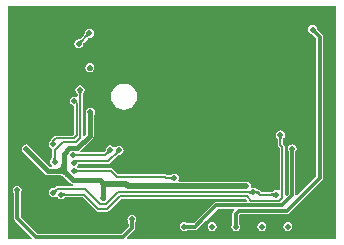
<source format=gtl>
G04*
G04 #@! TF.GenerationSoftware,Altium Limited,Altium Designer,19.1.5 (86)*
G04*
G04 Layer_Physical_Order=1*
G04 Layer_Color=255*
%FSAX25Y25*%
%MOIN*%
G70*
G01*
G75*
%ADD10C,0.00787*%
%ADD11C,0.00591*%
%ADD14C,0.01575*%
%ADD15C,0.01968*%
%ADD16C,0.01181*%
%ADD17C,0.01968*%
G36*
X0113395Y0132895D02*
X0113378Y0132861D01*
X0113363Y0132818D01*
X0113350Y0132765D01*
X0113340Y0132702D01*
X0113324Y0132548D01*
X0113316Y0132355D01*
X0113315Y0132244D01*
X0112134D01*
X0112133Y0132355D01*
X0112109Y0132702D01*
X0112098Y0132765D01*
X0112086Y0132818D01*
X0112071Y0132861D01*
X0112054Y0132895D01*
X0112035Y0132919D01*
X0113413D01*
X0113395Y0132895D01*
D02*
G37*
G36*
X0151584Y0123053D02*
X0151567Y0123019D01*
X0151552Y0122975D01*
X0151539Y0122922D01*
X0151529Y0122860D01*
X0151513Y0122705D01*
X0151505Y0122512D01*
X0151504Y0122402D01*
X0150323D01*
X0150322Y0122512D01*
X0150298Y0122860D01*
X0150287Y0122922D01*
X0150275Y0122975D01*
X0150260Y0123019D01*
X0150243Y0123053D01*
X0150224Y0123077D01*
X0151602D01*
X0151584Y0123053D01*
D02*
G37*
G36*
X0218900Y0194916D02*
Y0117210D01*
X0149410Y0117210D01*
X0149219Y0117672D01*
X0151700Y0120153D01*
X0151941Y0120514D01*
X0152025Y0120939D01*
Y0122350D01*
X0152045Y0122397D01*
X0152046Y0122499D01*
X0152053Y0122667D01*
X0152065Y0122786D01*
X0152070Y0122813D01*
X0152073Y0122825D01*
X0152079Y0122845D01*
X0152079Y0122852D01*
X0152312Y0123200D01*
X0152427Y0123779D01*
X0152312Y0124359D01*
X0151983Y0124850D01*
X0151493Y0125178D01*
X0150913Y0125293D01*
X0150334Y0125178D01*
X0149843Y0124850D01*
X0149515Y0124359D01*
X0149400Y0123779D01*
X0149515Y0123200D01*
X0149748Y0122852D01*
X0149748Y0122845D01*
X0149754Y0122824D01*
X0149757Y0122813D01*
X0149760Y0122795D01*
X0149781Y0122492D01*
X0149782Y0122397D01*
X0149802Y0122350D01*
Y0121400D01*
X0147388Y0118986D01*
X0119524D01*
X0113836Y0124673D01*
Y0132193D01*
X0113856Y0132239D01*
X0113857Y0132342D01*
X0113864Y0132509D01*
X0113876Y0132629D01*
X0113881Y0132655D01*
X0113883Y0132667D01*
X0113890Y0132687D01*
X0113890Y0132695D01*
X0114122Y0133043D01*
X0114238Y0133622D01*
X0114122Y0134201D01*
X0113795Y0134692D01*
X0113303Y0135020D01*
X0112724Y0135135D01*
X0112145Y0135020D01*
X0111654Y0134692D01*
X0111326Y0134201D01*
X0111211Y0133622D01*
X0111326Y0133043D01*
X0111559Y0132695D01*
X0111558Y0132687D01*
X0111565Y0132667D01*
X0111568Y0132655D01*
X0111571Y0132638D01*
X0111592Y0132334D01*
X0111593Y0132239D01*
X0111612Y0132193D01*
Y0124213D01*
X0111612Y0124213D01*
X0111697Y0123787D01*
X0111938Y0123426D01*
X0117692Y0117672D01*
X0117501Y0117210D01*
X0109698D01*
Y0194916D01*
X0218900Y0194916D01*
D02*
G37*
%LPC*%
G36*
X0136740Y0187340D02*
X0136161Y0187225D01*
X0135670Y0186897D01*
X0135342Y0186406D01*
X0135239Y0185888D01*
X0135215Y0185835D01*
X0135213Y0185777D01*
X0135209Y0185744D01*
X0135202Y0185711D01*
X0135192Y0185678D01*
X0135178Y0185643D01*
X0135159Y0185606D01*
X0135135Y0185566D01*
X0135105Y0185524D01*
X0135068Y0185479D01*
X0135012Y0185421D01*
X0134992Y0185367D01*
X0133685Y0184060D01*
X0133631Y0184039D01*
X0133573Y0183984D01*
X0133529Y0183948D01*
X0133487Y0183919D01*
X0133449Y0183896D01*
X0133414Y0183879D01*
X0133381Y0183866D01*
X0133350Y0183857D01*
X0133319Y0183851D01*
X0133288Y0183848D01*
X0133231Y0183848D01*
X0133202Y0183835D01*
X0133197Y0183836D01*
X0132618Y0183721D01*
X0132127Y0183393D01*
X0131799Y0182902D01*
X0131684Y0182323D01*
X0131799Y0181744D01*
X0132127Y0181253D01*
X0132618Y0180925D01*
X0133197Y0180809D01*
X0133776Y0180925D01*
X0134267Y0181253D01*
X0134595Y0181744D01*
X0134686Y0182199D01*
X0134721Y0182272D01*
X0134725Y0182331D01*
X0134730Y0182366D01*
X0134738Y0182401D01*
X0134750Y0182436D01*
X0134765Y0182473D01*
X0134785Y0182511D01*
X0134810Y0182552D01*
X0134842Y0182596D01*
X0134880Y0182641D01*
X0134935Y0182700D01*
X0134956Y0182754D01*
X0136281Y0184079D01*
X0136334Y0184099D01*
X0136393Y0184154D01*
X0136437Y0184191D01*
X0136480Y0184221D01*
X0136519Y0184246D01*
X0136556Y0184264D01*
X0136591Y0184278D01*
X0136624Y0184289D01*
X0136657Y0184296D01*
X0136690Y0184300D01*
X0136748Y0184302D01*
X0136801Y0184326D01*
X0137319Y0184429D01*
X0137810Y0184757D01*
X0138138Y0185248D01*
X0138253Y0185827D01*
X0138138Y0186406D01*
X0137810Y0186897D01*
X0137319Y0187225D01*
X0136740Y0187340D01*
D02*
G37*
G36*
X0136937Y0175923D02*
X0136358Y0175808D01*
X0135867Y0175479D01*
X0135539Y0174989D01*
X0135424Y0174409D01*
X0135450Y0174277D01*
X0135439Y0174224D01*
X0135539Y0173722D01*
X0135824Y0173296D01*
X0136250Y0173012D01*
X0136752Y0172912D01*
X0136805Y0172922D01*
X0136937Y0172896D01*
X0137516Y0173011D01*
X0138007Y0173339D01*
X0138335Y0173830D01*
X0138450Y0174409D01*
X0138335Y0174989D01*
X0138007Y0175479D01*
X0137516Y0175808D01*
X0136937Y0175923D01*
D02*
G37*
G36*
X0148295Y0169093D02*
X0147165Y0168944D01*
X0146111Y0168508D01*
X0145206Y0167814D01*
X0144512Y0166909D01*
X0144076Y0165856D01*
X0143927Y0164725D01*
X0144076Y0163594D01*
X0144512Y0162541D01*
X0145206Y0161636D01*
X0146111Y0160942D01*
X0147165Y0160506D01*
X0148295Y0160357D01*
X0149426Y0160506D01*
X0150479Y0160942D01*
X0151384Y0161636D01*
X0152078Y0162541D01*
X0152514Y0163594D01*
X0152663Y0164725D01*
X0152514Y0165856D01*
X0152078Y0166909D01*
X0151384Y0167814D01*
X0150479Y0168508D01*
X0149426Y0168944D01*
X0148295Y0169093D01*
D02*
G37*
G36*
X0211150Y0188600D02*
X0210571Y0188485D01*
X0210080Y0188157D01*
X0209752Y0187666D01*
X0209636Y0187087D01*
X0209752Y0186507D01*
X0210080Y0186016D01*
X0210571Y0185688D01*
X0210981Y0185607D01*
X0210986Y0185601D01*
X0211005Y0185592D01*
X0211016Y0185585D01*
X0211030Y0185575D01*
X0211259Y0185375D01*
X0211327Y0185309D01*
X0211374Y0185290D01*
X0212439Y0184224D01*
Y0138138D01*
X0205854Y0131552D01*
X0205393Y0131799D01*
X0205411Y0131890D01*
X0205411Y0131890D01*
Y0145845D01*
X0205428Y0145877D01*
X0205422Y0145898D01*
X0205431Y0145919D01*
X0205435Y0146114D01*
X0205447Y0146254D01*
X0205452Y0146293D01*
X0205454Y0146301D01*
X0205776Y0146783D01*
X0205891Y0147362D01*
X0205776Y0147941D01*
X0205448Y0148432D01*
X0204957Y0148760D01*
X0204378Y0148875D01*
X0203799Y0148760D01*
X0203308Y0148432D01*
X0202980Y0147941D01*
X0202865Y0147362D01*
X0202980Y0146783D01*
X0203141Y0146542D01*
X0203138Y0146525D01*
X0203144Y0146503D01*
X0203167Y0146143D01*
X0203168Y0146046D01*
X0203187Y0145999D01*
Y0132350D01*
X0202483Y0131646D01*
X0202021Y0131838D01*
Y0147874D01*
X0201952Y0148223D01*
X0201755Y0148518D01*
X0201313Y0148960D01*
Y0150408D01*
X0201336Y0150460D01*
X0201339Y0150540D01*
X0201344Y0150598D01*
X0201353Y0150649D01*
X0201363Y0150694D01*
X0201376Y0150733D01*
X0201391Y0150768D01*
X0201407Y0150799D01*
X0201426Y0150827D01*
X0201446Y0150853D01*
X0201486Y0150896D01*
X0201506Y0150950D01*
X0201800Y0151389D01*
X0201915Y0151969D01*
X0201800Y0152548D01*
X0201472Y0153039D01*
X0200981Y0153367D01*
X0200402Y0153482D01*
X0199822Y0153367D01*
X0199331Y0153039D01*
X0199003Y0152548D01*
X0198888Y0151969D01*
X0199003Y0151389D01*
X0199297Y0150950D01*
X0199317Y0150896D01*
X0199357Y0150853D01*
X0199378Y0150827D01*
X0199396Y0150799D01*
X0199412Y0150768D01*
X0199427Y0150733D01*
X0199440Y0150694D01*
X0199451Y0150649D01*
X0199459Y0150598D01*
X0199464Y0150540D01*
X0199467Y0150460D01*
X0199490Y0150408D01*
Y0148583D01*
X0199560Y0148234D01*
X0199757Y0147938D01*
X0200199Y0147497D01*
Y0133596D01*
X0199699Y0133328D01*
X0199524Y0133445D01*
X0198945Y0133561D01*
X0198366Y0133445D01*
X0197926Y0133152D01*
X0197872Y0133132D01*
X0197830Y0133092D01*
X0197803Y0133071D01*
X0197775Y0133053D01*
X0197745Y0133037D01*
X0197710Y0133022D01*
X0197670Y0133009D01*
X0197626Y0132998D01*
X0197574Y0132990D01*
X0197517Y0132984D01*
X0197436Y0132982D01*
X0197384Y0132958D01*
X0194165D01*
X0193644Y0133479D01*
X0193349Y0133677D01*
X0193043Y0133737D01*
X0192970Y0133769D01*
X0192881Y0133772D01*
X0192815Y0133777D01*
X0192758Y0133784D01*
X0192712Y0133794D01*
X0192676Y0133804D01*
X0192650Y0133814D01*
X0192634Y0133823D01*
X0192624Y0133828D01*
X0192621Y0133831D01*
X0192597Y0133855D01*
X0192594Y0133857D01*
X0192592Y0133860D01*
X0192553Y0133877D01*
X0192535Y0133905D01*
X0192044Y0134233D01*
X0191465Y0134348D01*
X0191017Y0134259D01*
X0190683Y0134498D01*
X0190581Y0134631D01*
X0190616Y0134803D01*
X0190500Y0135382D01*
X0190173Y0135873D01*
X0189681Y0136201D01*
X0189102Y0136317D01*
X0166643D01*
X0166376Y0136817D01*
X0166485Y0136980D01*
X0166600Y0137559D01*
X0166485Y0138138D01*
X0166157Y0138629D01*
X0165666Y0138957D01*
X0165087Y0139072D01*
X0164507Y0138957D01*
X0164068Y0138664D01*
X0164014Y0138643D01*
X0163972Y0138604D01*
X0163945Y0138583D01*
X0163917Y0138565D01*
X0163886Y0138549D01*
X0163852Y0138534D01*
X0163812Y0138521D01*
X0163767Y0138510D01*
X0163716Y0138502D01*
X0163658Y0138496D01*
X0163578Y0138494D01*
X0163526Y0138470D01*
X0162748D01*
X0162542Y0138676D01*
X0162246Y0138873D01*
X0161898Y0138943D01*
X0146212D01*
X0144550Y0140605D01*
X0144254Y0140802D01*
X0143906Y0140872D01*
X0133104D01*
X0133052Y0140895D01*
X0132972Y0140898D01*
X0132914Y0140903D01*
X0132863Y0140912D01*
X0132818Y0140922D01*
X0132778Y0140935D01*
X0132744Y0140950D01*
X0132713Y0140966D01*
X0132685Y0140984D01*
X0132658Y0141005D01*
X0132574Y0141533D01*
X0132606Y0141554D01*
X0132934Y0142045D01*
X0132964Y0142199D01*
X0143039D01*
X0143388Y0142268D01*
X0143684Y0142466D01*
X0146291Y0145073D01*
X0146345Y0145094D01*
X0146404Y0145150D01*
X0146451Y0145189D01*
X0146496Y0145223D01*
X0146540Y0145251D01*
X0146581Y0145274D01*
X0146621Y0145292D01*
X0146660Y0145306D01*
X0146698Y0145317D01*
X0146737Y0145324D01*
X0146797Y0145331D01*
X0146889Y0145382D01*
X0147240Y0145452D01*
X0147731Y0145780D01*
X0148059Y0146271D01*
X0148175Y0146850D01*
X0148059Y0147430D01*
X0147731Y0147921D01*
X0147240Y0148249D01*
X0146661Y0148364D01*
X0146082Y0148249D01*
X0145591Y0147921D01*
X0145493Y0147774D01*
X0144904Y0147792D01*
X0144739Y0148039D01*
X0144248Y0148367D01*
X0143669Y0148482D01*
X0143090Y0148367D01*
X0142599Y0148039D01*
X0142271Y0147548D01*
X0142156Y0146968D01*
X0142169Y0146905D01*
X0142149Y0146850D01*
X0142151Y0146795D01*
X0142150Y0146768D01*
X0142146Y0146742D01*
X0142139Y0146715D01*
X0142129Y0146687D01*
X0142114Y0146655D01*
X0142094Y0146620D01*
X0142066Y0146581D01*
X0142032Y0146538D01*
X0141977Y0146480D01*
X0141971Y0146464D01*
X0141955Y0146455D01*
X0141942Y0146412D01*
X0141638Y0146108D01*
X0133868D01*
X0133712Y0146537D01*
X0133709Y0146608D01*
X0137826Y0150725D01*
X0138110Y0151151D01*
X0138210Y0151654D01*
Y0158565D01*
X0138493Y0158988D01*
X0138608Y0159567D01*
X0138493Y0160146D01*
X0138165Y0160637D01*
X0137674Y0160965D01*
X0137094Y0161080D01*
X0136515Y0160965D01*
X0136024Y0160637D01*
X0135696Y0160146D01*
X0135581Y0159567D01*
X0135585Y0159547D01*
Y0152197D01*
X0134950Y0151562D01*
X0134488Y0151753D01*
Y0165378D01*
X0134513Y0165431D01*
X0134516Y0165495D01*
X0134521Y0165534D01*
X0134530Y0165575D01*
X0134543Y0165617D01*
X0134561Y0165662D01*
X0134585Y0165710D01*
X0134615Y0165761D01*
X0134652Y0165815D01*
X0134697Y0165872D01*
X0134759Y0165943D01*
X0134789Y0166031D01*
X0135028Y0166389D01*
X0135143Y0166969D01*
X0135028Y0167548D01*
X0134700Y0168039D01*
X0134209Y0168367D01*
X0133630Y0168482D01*
X0133051Y0168367D01*
X0132560Y0168039D01*
X0132232Y0167548D01*
X0132117Y0166969D01*
X0132232Y0166389D01*
X0132560Y0165898D01*
X0132585Y0165882D01*
X0132603Y0165841D01*
X0132667Y0165780D01*
X0132711Y0165733D01*
X0132746Y0165688D01*
X0132774Y0165647D01*
X0132796Y0165607D01*
X0132813Y0165570D01*
X0132825Y0165535D01*
X0132833Y0165500D01*
X0132838Y0165464D01*
X0132841Y0165401D01*
X0132842Y0165399D01*
X0132841Y0165398D01*
X0132866Y0165346D01*
Y0164862D01*
X0132366Y0164595D01*
X0132319Y0164626D01*
X0131740Y0164742D01*
X0131161Y0164626D01*
X0130670Y0164298D01*
X0130342Y0163807D01*
X0130227Y0163228D01*
X0130342Y0162649D01*
X0130670Y0162158D01*
X0131161Y0161830D01*
X0131577Y0161747D01*
Y0152157D01*
X0131158Y0151738D01*
X0125677D01*
X0125328Y0151669D01*
X0125033Y0151471D01*
X0124088Y0150526D01*
X0123890Y0150231D01*
X0123856Y0150058D01*
X0123662Y0149928D01*
X0123334Y0149437D01*
X0123219Y0148858D01*
X0123334Y0148279D01*
X0123662Y0147788D01*
X0124093Y0147501D01*
X0124416Y0147085D01*
X0124355Y0146775D01*
Y0144639D01*
X0124329Y0144585D01*
X0124327Y0144522D01*
X0124321Y0144484D01*
X0124313Y0144447D01*
X0124300Y0144408D01*
X0124283Y0144367D01*
X0124259Y0144323D01*
X0124230Y0144277D01*
X0124194Y0144227D01*
X0124150Y0144175D01*
X0124086Y0144110D01*
X0124066Y0144058D01*
X0123767Y0143611D01*
X0123652Y0143032D01*
X0123767Y0142452D01*
X0124095Y0141961D01*
X0124377Y0141773D01*
X0124225Y0141273D01*
X0123465D01*
X0117184Y0147554D01*
X0117115Y0147902D01*
X0116787Y0148393D01*
X0116296Y0148721D01*
X0115717Y0148836D01*
X0115137Y0148721D01*
X0114646Y0148393D01*
X0114318Y0147902D01*
X0114203Y0147323D01*
X0114318Y0146744D01*
X0114646Y0146253D01*
X0115027Y0145998D01*
X0121993Y0139032D01*
X0122419Y0138748D01*
X0122921Y0138648D01*
X0126282D01*
X0126316Y0138632D01*
X0126606Y0138622D01*
X0126866Y0138593D01*
X0127116Y0138546D01*
X0127356Y0138479D01*
X0127588Y0138394D01*
X0127811Y0138291D01*
X0128028Y0138168D01*
X0128238Y0138025D01*
X0128442Y0137861D01*
X0128655Y0137663D01*
X0128690Y0137650D01*
X0130458Y0135883D01*
X0130884Y0135598D01*
X0131386Y0135498D01*
X0131368Y0135006D01*
X0126132D01*
X0125783Y0134936D01*
X0125487Y0134739D01*
X0125201Y0134452D01*
X0125148Y0134432D01*
X0125089Y0134377D01*
X0125044Y0134340D01*
X0125002Y0134310D01*
X0124962Y0134285D01*
X0124926Y0134267D01*
X0124891Y0134253D01*
X0124857Y0134242D01*
X0124825Y0134235D01*
X0124792Y0134231D01*
X0124733Y0134229D01*
X0124681Y0134205D01*
X0124162Y0134102D01*
X0123672Y0133774D01*
X0123344Y0133283D01*
X0123228Y0132704D01*
X0123344Y0132125D01*
X0123672Y0131634D01*
X0124162Y0131306D01*
X0124742Y0131191D01*
X0125321Y0131306D01*
X0125407Y0131364D01*
X0125893Y0131468D01*
X0126221Y0130977D01*
X0126712Y0130649D01*
X0127291Y0130534D01*
X0127871Y0130649D01*
X0128310Y0130943D01*
X0128364Y0130963D01*
X0128406Y0131003D01*
X0128433Y0131023D01*
X0128461Y0131042D01*
X0128492Y0131058D01*
X0128526Y0131072D01*
X0128566Y0131085D01*
X0128611Y0131096D01*
X0128662Y0131105D01*
X0128720Y0131110D01*
X0128800Y0131113D01*
X0128852Y0131136D01*
X0134512D01*
X0138970Y0126679D01*
X0139266Y0126481D01*
X0139614Y0126412D01*
X0142646D01*
X0142994Y0126481D01*
X0143290Y0126679D01*
X0147196Y0130585D01*
X0188882D01*
X0189390Y0130078D01*
X0189198Y0129616D01*
X0179063D01*
X0179063Y0129616D01*
X0178638Y0129531D01*
X0178277Y0129290D01*
X0173946Y0124960D01*
X0171516Y0122529D01*
X0169862D01*
X0169816Y0122549D01*
X0169714Y0122550D01*
X0169546Y0122557D01*
X0169427Y0122569D01*
X0169400Y0122574D01*
X0169388Y0122576D01*
X0169368Y0122583D01*
X0169360Y0122583D01*
X0169012Y0122816D01*
X0168433Y0122931D01*
X0167854Y0122816D01*
X0167363Y0122487D01*
X0167035Y0121996D01*
X0166920Y0121417D01*
X0167035Y0120838D01*
X0167363Y0120347D01*
X0167854Y0120019D01*
X0168433Y0119904D01*
X0169012Y0120019D01*
X0169360Y0120252D01*
X0169368Y0120251D01*
X0169388Y0120258D01*
X0169400Y0120261D01*
X0169418Y0120264D01*
X0169721Y0120285D01*
X0169816Y0120286D01*
X0169862Y0120305D01*
X0171976D01*
X0171976Y0120305D01*
X0172402Y0120390D01*
X0172763Y0120631D01*
X0175519Y0123387D01*
X0179524Y0127392D01*
X0184977D01*
X0185169Y0126930D01*
X0184773Y0126534D01*
X0184532Y0126174D01*
X0184447Y0125748D01*
X0184447Y0125748D01*
Y0122847D01*
X0184427Y0122800D01*
X0184426Y0122698D01*
X0184420Y0122530D01*
X0184407Y0122411D01*
X0184403Y0122384D01*
X0184400Y0122372D01*
X0184393Y0122352D01*
X0184394Y0122345D01*
X0184161Y0121996D01*
X0184046Y0121417D01*
X0184161Y0120838D01*
X0184489Y0120347D01*
X0184980Y0120019D01*
X0185559Y0119904D01*
X0186138Y0120019D01*
X0186629Y0120347D01*
X0186957Y0120838D01*
X0187072Y0121417D01*
X0186957Y0121996D01*
X0186724Y0122345D01*
X0186725Y0122352D01*
X0186718Y0122372D01*
X0186715Y0122384D01*
X0186712Y0122402D01*
X0186692Y0122705D01*
X0186691Y0122800D01*
X0186671Y0122847D01*
Y0125287D01*
X0187004Y0125620D01*
X0202606D01*
X0202606Y0125620D01*
X0203032Y0125705D01*
X0203393Y0125946D01*
X0214337Y0136891D01*
X0214337Y0136891D01*
X0214579Y0137252D01*
X0214663Y0137677D01*
X0214663Y0137677D01*
Y0184685D01*
X0214663Y0184685D01*
X0214579Y0185110D01*
X0214337Y0185471D01*
X0214337Y0185471D01*
X0212947Y0186862D01*
X0212928Y0186909D01*
X0212856Y0186982D01*
X0212742Y0187105D01*
X0212667Y0187198D01*
X0212651Y0187221D01*
X0212645Y0187231D01*
X0212635Y0187250D01*
X0212630Y0187255D01*
X0212548Y0187666D01*
X0212220Y0188157D01*
X0211729Y0188485D01*
X0211150Y0188600D01*
D02*
G37*
G36*
X0202882Y0122931D02*
X0202303Y0122816D01*
X0201812Y0122487D01*
X0201484Y0121996D01*
X0201369Y0121417D01*
X0201484Y0120838D01*
X0201812Y0120347D01*
X0202303Y0120019D01*
X0202882Y0119904D01*
X0203461Y0120019D01*
X0203952Y0120347D01*
X0204280Y0120838D01*
X0204395Y0121417D01*
X0204280Y0121996D01*
X0203952Y0122487D01*
X0203461Y0122816D01*
X0202882Y0122931D01*
D02*
G37*
G36*
X0194220D02*
X0193641Y0122816D01*
X0193150Y0122487D01*
X0192822Y0121996D01*
X0192707Y0121417D01*
X0192822Y0120838D01*
X0193150Y0120347D01*
X0193641Y0120019D01*
X0194220Y0119904D01*
X0194800Y0120019D01*
X0195291Y0120347D01*
X0195619Y0120838D01*
X0195734Y0121417D01*
X0195619Y0121996D01*
X0195291Y0122487D01*
X0194800Y0122816D01*
X0194220Y0122931D01*
D02*
G37*
G36*
X0177685D02*
X0177106Y0122816D01*
X0176615Y0122487D01*
X0176287Y0121996D01*
X0176172Y0121417D01*
X0176287Y0120838D01*
X0176615Y0120347D01*
X0177106Y0120019D01*
X0177685Y0119904D01*
X0178264Y0120019D01*
X0178755Y0120347D01*
X0179083Y0120838D01*
X0179198Y0121417D01*
X0179083Y0121996D01*
X0178755Y0122487D01*
X0178264Y0122816D01*
X0177685Y0122931D01*
D02*
G37*
%LPD*%
G36*
X0136730Y0184843D02*
X0136648Y0184840D01*
X0136567Y0184830D01*
X0136488Y0184813D01*
X0136409Y0184789D01*
X0136332Y0184757D01*
X0136256Y0184719D01*
X0136181Y0184673D01*
X0136107Y0184620D01*
X0136034Y0184560D01*
X0135963Y0184493D01*
X0135406Y0185050D01*
X0135474Y0185121D01*
X0135533Y0185194D01*
X0135586Y0185267D01*
X0135632Y0185342D01*
X0135671Y0185418D01*
X0135702Y0185496D01*
X0135726Y0185574D01*
X0135743Y0185654D01*
X0135753Y0185735D01*
X0135756Y0185817D01*
X0136730Y0184843D01*
D02*
G37*
G36*
X0134541Y0183071D02*
X0134474Y0183000D01*
X0134414Y0182928D01*
X0134361Y0182854D01*
X0134314Y0182779D01*
X0134275Y0182703D01*
X0134242Y0182626D01*
X0134217Y0182547D01*
X0134198Y0182468D01*
X0134186Y0182387D01*
X0134181Y0182305D01*
X0133235Y0183306D01*
X0133317Y0183307D01*
X0133397Y0183315D01*
X0133477Y0183330D01*
X0133555Y0183353D01*
X0133633Y0183383D01*
X0133709Y0183421D01*
X0133784Y0183466D01*
X0133858Y0183518D01*
X0133930Y0183578D01*
X0134002Y0183645D01*
X0134541Y0183071D01*
D02*
G37*
G36*
X0212138Y0187047D02*
X0212150Y0187011D01*
X0212170Y0186970D01*
X0212198Y0186923D01*
X0212235Y0186871D01*
X0212333Y0186751D01*
X0212464Y0186609D01*
X0212542Y0186530D01*
X0211706Y0185695D01*
X0211627Y0185772D01*
X0211365Y0186001D01*
X0211313Y0186038D01*
X0211267Y0186066D01*
X0211225Y0186086D01*
X0211190Y0186099D01*
X0211159Y0186102D01*
X0212134Y0187077D01*
X0212138Y0187047D01*
D02*
G37*
G36*
X0134280Y0166217D02*
X0134215Y0166135D01*
X0134158Y0166052D01*
X0134109Y0165968D01*
X0134067Y0165884D01*
X0134033Y0165799D01*
X0134007Y0165714D01*
X0133988Y0165628D01*
X0133976Y0165542D01*
X0133972Y0165455D01*
X0133382Y0165426D01*
X0133378Y0165514D01*
X0133366Y0165601D01*
X0133345Y0165685D01*
X0133317Y0165769D01*
X0133280Y0165850D01*
X0133236Y0165930D01*
X0133183Y0166009D01*
X0133122Y0166085D01*
X0133053Y0166160D01*
X0132975Y0166233D01*
X0134352Y0166299D01*
X0134280Y0166217D01*
D02*
G37*
G36*
X0201034Y0151206D02*
X0200984Y0151141D01*
X0200940Y0151073D01*
X0200902Y0151000D01*
X0200869Y0150924D01*
X0200842Y0150842D01*
X0200822Y0150757D01*
X0200807Y0150668D01*
X0200798Y0150574D01*
X0200795Y0150476D01*
X0200008D01*
X0200005Y0150574D01*
X0199996Y0150668D01*
X0199981Y0150757D01*
X0199961Y0150842D01*
X0199934Y0150924D01*
X0199902Y0151000D01*
X0199863Y0151073D01*
X0199819Y0151141D01*
X0199769Y0151206D01*
X0199713Y0151266D01*
X0201091D01*
X0201034Y0151206D01*
D02*
G37*
G36*
X0205009Y0146606D02*
X0204986Y0146582D01*
X0204966Y0146548D01*
X0204948Y0146504D01*
X0204932Y0146451D01*
X0204919Y0146388D01*
X0204909Y0146316D01*
X0204894Y0146142D01*
X0204890Y0145931D01*
X0203709Y0146050D01*
X0203708Y0146161D01*
X0203682Y0146569D01*
X0203673Y0146621D01*
X0203661Y0146663D01*
X0203649Y0146695D01*
X0203635Y0146717D01*
X0205009Y0146606D01*
D02*
G37*
G36*
X0143743Y0145987D02*
X0143661Y0145978D01*
X0143581Y0145962D01*
X0143502Y0145940D01*
X0143424Y0145911D01*
X0143347Y0145876D01*
X0143271Y0145835D01*
X0143197Y0145787D01*
X0143123Y0145732D01*
X0143051Y0145672D01*
X0142980Y0145605D01*
X0142372Y0146110D01*
X0142439Y0146182D01*
X0142499Y0146254D01*
X0142550Y0146328D01*
X0142594Y0146403D01*
X0142630Y0146479D01*
X0142657Y0146556D01*
X0142677Y0146634D01*
X0142689Y0146714D01*
X0142693Y0146794D01*
X0142690Y0146875D01*
X0143743Y0145987D01*
D02*
G37*
G36*
X0146735Y0145869D02*
X0146653Y0145860D01*
X0146573Y0145844D01*
X0146494Y0145821D01*
X0146416Y0145793D01*
X0146339Y0145758D01*
X0146263Y0145717D01*
X0146189Y0145669D01*
X0146116Y0145614D01*
X0146043Y0145554D01*
X0145973Y0145487D01*
X0145364Y0145992D01*
X0145431Y0146063D01*
X0145491Y0146136D01*
X0145542Y0146210D01*
X0145586Y0146285D01*
X0145622Y0146361D01*
X0145650Y0146438D01*
X0145669Y0146516D01*
X0145681Y0146596D01*
X0145685Y0146676D01*
X0145682Y0146757D01*
X0146735Y0145869D01*
D02*
G37*
G36*
X0125465Y0144473D02*
X0125476Y0144387D01*
X0125496Y0144301D01*
X0125524Y0144217D01*
X0125559Y0144134D01*
X0125602Y0144052D01*
X0125654Y0143971D01*
X0125713Y0143891D01*
X0125779Y0143812D01*
X0125854Y0143734D01*
X0124476D01*
X0124551Y0143812D01*
X0124618Y0143891D01*
X0124677Y0143971D01*
X0124728Y0144052D01*
X0124772Y0144134D01*
X0124807Y0144217D01*
X0124835Y0144301D01*
X0124854Y0144387D01*
X0124866Y0144473D01*
X0124870Y0144561D01*
X0125461D01*
X0125465Y0144473D01*
D02*
G37*
G36*
X0132306Y0140594D02*
X0132370Y0140543D01*
X0132439Y0140499D01*
X0132511Y0140461D01*
X0132588Y0140428D01*
X0132669Y0140401D01*
X0132755Y0140381D01*
X0132844Y0140366D01*
X0132938Y0140357D01*
X0133036Y0140354D01*
Y0139567D01*
X0132938Y0139564D01*
X0132844Y0139555D01*
X0132755Y0139540D01*
X0132669Y0139520D01*
X0132588Y0139493D01*
X0132511Y0139461D01*
X0132439Y0139422D01*
X0132370Y0139378D01*
X0132306Y0139328D01*
X0132246Y0139272D01*
Y0140650D01*
X0132306Y0140594D01*
D02*
G37*
G36*
X0129024Y0141862D02*
X0129035Y0141551D01*
X0129068Y0141250D01*
X0129124Y0140958D01*
X0129202Y0140675D01*
X0129302Y0140402D01*
X0129425Y0140138D01*
X0129569Y0139883D01*
X0129736Y0139637D01*
X0129926Y0139400D01*
X0130137Y0139173D01*
X0129024Y0138060D01*
X0128796Y0138271D01*
X0128560Y0138461D01*
X0128314Y0138628D01*
X0128059Y0138772D01*
X0127795Y0138895D01*
X0127521Y0138995D01*
X0127239Y0139073D01*
X0126947Y0139129D01*
X0126646Y0139162D01*
X0126335Y0139173D01*
X0125874Y0140748D01*
X0126173Y0140764D01*
X0126441Y0140811D01*
X0126677Y0140890D01*
X0126882Y0141000D01*
X0127055Y0141142D01*
X0127197Y0141315D01*
X0127307Y0141520D01*
X0127386Y0141756D01*
X0127433Y0142024D01*
X0127449Y0142323D01*
X0129024Y0141862D01*
D02*
G37*
G36*
X0164384Y0136870D02*
X0164324Y0136926D01*
X0164260Y0136976D01*
X0164191Y0137021D01*
X0164118Y0137059D01*
X0164042Y0137092D01*
X0163961Y0137118D01*
X0163875Y0137139D01*
X0163786Y0137153D01*
X0163692Y0137162D01*
X0163594Y0137165D01*
Y0137953D01*
X0163692Y0137956D01*
X0163786Y0137965D01*
X0163875Y0137979D01*
X0163961Y0138000D01*
X0164042Y0138027D01*
X0164118Y0138059D01*
X0164191Y0138097D01*
X0164260Y0138142D01*
X0164324Y0138192D01*
X0164384Y0138248D01*
Y0136870D01*
D02*
G37*
G36*
X0126075Y0133481D02*
X0126008Y0133410D01*
X0125948Y0133337D01*
X0125896Y0133264D01*
X0125850Y0133189D01*
X0125811Y0133113D01*
X0125780Y0133035D01*
X0125756Y0132957D01*
X0125739Y0132877D01*
X0125729Y0132796D01*
X0125726Y0132714D01*
X0124751Y0133688D01*
X0124834Y0133691D01*
X0124915Y0133701D01*
X0124994Y0133718D01*
X0125073Y0133742D01*
X0125150Y0133774D01*
X0125226Y0133812D01*
X0125301Y0133858D01*
X0125375Y0133911D01*
X0125447Y0133971D01*
X0125519Y0134038D01*
X0126075Y0133481D01*
D02*
G37*
G36*
X0192256Y0133430D02*
X0192308Y0133388D01*
X0192367Y0133351D01*
X0192433Y0133318D01*
X0192504Y0133291D01*
X0192582Y0133268D01*
X0192666Y0133251D01*
X0192757Y0133238D01*
X0192854Y0133231D01*
X0192957Y0133228D01*
Y0132441D01*
X0192854Y0132438D01*
X0192757Y0132431D01*
X0192666Y0132419D01*
X0192582Y0132401D01*
X0192504Y0132379D01*
X0192433Y0132351D01*
X0192367Y0132319D01*
X0192308Y0132281D01*
X0192256Y0132239D01*
X0192210Y0132192D01*
Y0133478D01*
X0192256Y0133430D01*
D02*
G37*
G36*
X0190762Y0132146D02*
X0190702Y0132202D01*
X0190638Y0132252D01*
X0190569Y0132296D01*
X0190496Y0132335D01*
X0190419Y0132367D01*
X0190338Y0132394D01*
X0190253Y0132414D01*
X0190164Y0132429D01*
X0190070Y0132438D01*
X0189972Y0132441D01*
Y0133228D01*
X0190070Y0133231D01*
X0190164Y0133240D01*
X0190253Y0133255D01*
X0190338Y0133276D01*
X0190419Y0133302D01*
X0190496Y0133335D01*
X0190569Y0133373D01*
X0190638Y0133417D01*
X0190702Y0133467D01*
X0190762Y0133524D01*
Y0132146D01*
D02*
G37*
G36*
X0198242Y0131358D02*
X0198182Y0131414D01*
X0198118Y0131465D01*
X0198049Y0131509D01*
X0197977Y0131547D01*
X0197900Y0131580D01*
X0197819Y0131606D01*
X0197733Y0131627D01*
X0197644Y0131642D01*
X0197550Y0131651D01*
X0197452Y0131653D01*
Y0132441D01*
X0197550Y0132444D01*
X0197644Y0132453D01*
X0197733Y0132467D01*
X0197819Y0132488D01*
X0197900Y0132515D01*
X0197977Y0132547D01*
X0198049Y0132586D01*
X0198118Y0132630D01*
X0198182Y0132680D01*
X0198242Y0132736D01*
Y0131358D01*
D02*
G37*
G36*
X0128054Y0132680D02*
X0128118Y0132630D01*
X0128187Y0132586D01*
X0128260Y0132547D01*
X0128336Y0132515D01*
X0128418Y0132488D01*
X0128503Y0132467D01*
X0128592Y0132453D01*
X0128686Y0132444D01*
X0128784Y0132441D01*
Y0131653D01*
X0128686Y0131651D01*
X0128592Y0131642D01*
X0128503Y0131627D01*
X0128418Y0131606D01*
X0128336Y0131580D01*
X0128260Y0131547D01*
X0128187Y0131509D01*
X0128118Y0131465D01*
X0128054Y0131414D01*
X0127994Y0131358D01*
Y0132736D01*
X0128054Y0132680D01*
D02*
G37*
G36*
X0186151Y0122684D02*
X0186174Y0122337D01*
X0186185Y0122274D01*
X0186198Y0122222D01*
X0186213Y0122178D01*
X0186229Y0122144D01*
X0186248Y0122120D01*
X0184870D01*
X0184889Y0122144D01*
X0184906Y0122178D01*
X0184920Y0122222D01*
X0184933Y0122274D01*
X0184944Y0122337D01*
X0184960Y0122492D01*
X0184968Y0122684D01*
X0184968Y0122795D01*
X0186150D01*
X0186151Y0122684D01*
D02*
G37*
G36*
X0169160Y0122088D02*
X0169194Y0122071D01*
X0169237Y0122056D01*
X0169290Y0122043D01*
X0169353Y0122032D01*
X0169507Y0122017D01*
X0169700Y0122009D01*
X0169811Y0122008D01*
Y0120827D01*
X0169700Y0120826D01*
X0169353Y0120802D01*
X0169290Y0120791D01*
X0169237Y0120779D01*
X0169194Y0120764D01*
X0169160Y0120747D01*
X0169136Y0120728D01*
Y0122106D01*
X0169160Y0122088D01*
D02*
G37*
D10*
X0131386Y0145197D02*
X0142016D01*
X0201110Y0131063D02*
Y0147874D01*
X0200402Y0148583D02*
X0201110Y0147874D01*
X0200402Y0148583D02*
Y0151969D01*
X0193787Y0132047D02*
X0198945D01*
X0127291D02*
X0134890D01*
X0139614Y0127323D01*
X0135165Y0134095D02*
X0140362Y0128898D01*
X0126132Y0134095D02*
X0135165D01*
X0124742Y0132704D02*
X0126132Y0134095D01*
X0146189Y0132835D02*
X0191465D01*
X0142252Y0128898D02*
X0146189Y0132835D01*
X0189260Y0131496D02*
X0190677Y0130079D01*
X0200126D02*
X0201110Y0131063D01*
X0190677Y0130079D02*
X0200126D01*
X0146819Y0131496D02*
X0189260D01*
X0142646Y0127323D02*
X0146819Y0131496D01*
X0139614Y0127323D02*
X0142646D01*
X0140362Y0128898D02*
X0142252D01*
X0193000Y0132835D02*
X0193787Y0132047D01*
X0191465Y0132835D02*
X0193000D01*
X0145835Y0138031D02*
X0161898D01*
X0162370Y0137559D02*
X0165087D01*
X0161898Y0138031D02*
X0162370Y0137559D01*
X0131425Y0143110D02*
X0143039D01*
X0142016Y0145197D02*
X0143630Y0146811D01*
X0131740Y0163228D02*
X0132488Y0162480D01*
Y0151779D02*
Y0162480D01*
X0131536Y0150827D02*
X0132488Y0151779D01*
X0143906Y0139961D02*
X0145835Y0138031D01*
X0131543Y0139961D02*
X0143906D01*
X0125677Y0150827D02*
X0131536D01*
X0124732Y0148858D02*
Y0149882D01*
X0125677Y0150827D01*
X0133315Y0182402D02*
X0136740Y0185827D01*
X0143039Y0143110D02*
X0146622Y0146693D01*
D11*
X0132173Y0149449D02*
X0133677Y0150953D01*
X0133630Y0166969D02*
X0133677Y0166921D01*
Y0150953D02*
Y0166921D01*
X0125165Y0146775D02*
X0127840Y0149449D01*
X0125165Y0143032D02*
Y0146775D01*
X0127840Y0149449D02*
X0132173D01*
D14*
X0115756Y0147126D02*
Y0147283D01*
X0115717Y0147323D02*
X0115756Y0147283D01*
X0130126Y0147520D02*
X0132764D01*
X0141465Y0135748D02*
X0141622Y0135591D01*
X0136898Y0151654D02*
Y0159567D01*
X0141465Y0131024D02*
Y0135748D01*
X0140401Y0136811D02*
X0141465Y0135748D01*
X0131386Y0136811D02*
X0140401D01*
X0115756Y0147126D02*
X0122921Y0139961D01*
X0128236D01*
X0136752Y0174224D02*
X0136937Y0174409D01*
X0132764Y0147520D02*
X0136898Y0151654D01*
X0128236Y0145630D02*
X0130126Y0147520D01*
X0128236Y0139961D02*
Y0145630D01*
Y0139961D02*
X0131386Y0136811D01*
D15*
X0141622Y0135591D02*
X0148945D01*
X0149732Y0134803D02*
X0189102D01*
X0148945Y0135591D02*
X0149732Y0134803D01*
D16*
X0186543Y0126732D02*
X0202606D01*
X0185559Y0125748D02*
X0186543Y0126732D01*
X0185559Y0121417D02*
Y0125748D01*
X0168433Y0121417D02*
X0171976D01*
X0174732Y0124173D01*
X0112724Y0133228D02*
X0113118Y0133622D01*
X0150913Y0120939D02*
Y0123779D01*
X0147848Y0117874D02*
X0150913Y0120939D01*
X0119063Y0117874D02*
X0147848D01*
X0112724Y0124213D02*
X0119063Y0117874D01*
X0174732Y0124173D02*
X0179063Y0128504D01*
X0200913D01*
X0202606Y0126732D02*
X0213551Y0137677D01*
X0204299Y0131890D02*
Y0147343D01*
X0200913Y0128504D02*
X0204299Y0131890D01*
X0112724Y0124213D02*
Y0133228D01*
X0213551Y0137677D02*
Y0184685D01*
X0211150Y0187087D02*
X0213551Y0184685D01*
D17*
X0115717Y0147323D02*
D03*
X0131535Y0142624D02*
D03*
X0131386Y0145197D02*
D03*
X0214181Y0121378D02*
D03*
X0210205Y0121457D02*
D03*
Y0125433D02*
D03*
X0213984Y0125472D02*
D03*
X0191858Y0181260D02*
D03*
Y0184016D02*
D03*
X0195008D02*
D03*
X0189890Y0168661D02*
D03*
X0179654Y0187953D02*
D03*
X0202882Y0121417D02*
D03*
X0194220D02*
D03*
X0161937Y0123779D02*
D03*
X0157606D02*
D03*
X0217843Y0121417D02*
D03*
Y0125354D02*
D03*
Y0185984D02*
D03*
Y0182441D02*
D03*
Y0178898D02*
D03*
Y0175354D02*
D03*
Y0171811D02*
D03*
Y0168268D02*
D03*
Y0164724D02*
D03*
Y0161181D02*
D03*
Y0157638D02*
D03*
Y0154095D02*
D03*
Y0150551D02*
D03*
Y0147008D02*
D03*
Y0143465D02*
D03*
Y0139921D02*
D03*
Y0136378D02*
D03*
Y0132835D02*
D03*
Y0129291D02*
D03*
X0198945Y0132047D02*
D03*
X0185559Y0121417D02*
D03*
X0177685D02*
D03*
X0168433D02*
D03*
X0150913Y0123779D02*
D03*
X0127291Y0132047D02*
D03*
X0124742Y0132704D02*
D03*
X0168433Y0127126D02*
D03*
X0183984Y0193465D02*
D03*
X0180441Y0193858D02*
D03*
X0212724Y0193465D02*
D03*
X0217843Y0189528D02*
D03*
X0111150Y0118661D02*
D03*
X0114693D02*
D03*
X0216536Y0192913D02*
D03*
X0210630Y0157480D02*
D03*
X0206693Y0149606D02*
D03*
X0202756Y0173228D02*
D03*
X0194882Y0181103D02*
D03*
X0192913Y0153543D02*
D03*
X0188977Y0161417D02*
D03*
X0190945Y0157480D02*
D03*
X0188977Y0153543D02*
D03*
X0190945Y0149606D02*
D03*
X0188977Y0145669D02*
D03*
X0185039Y0161417D02*
D03*
X0187008Y0157480D02*
D03*
X0185039Y0153543D02*
D03*
X0187008Y0149606D02*
D03*
X0185039Y0145669D02*
D03*
Y0137795D02*
D03*
X0181103Y0161417D02*
D03*
X0183071Y0157480D02*
D03*
X0181103Y0153543D02*
D03*
X0183071Y0149606D02*
D03*
X0181103Y0145669D02*
D03*
X0183071Y0141732D02*
D03*
X0181103Y0137795D02*
D03*
X0177165Y0169291D02*
D03*
X0179134Y0165354D02*
D03*
X0173228Y0192913D02*
D03*
X0175197Y0188977D02*
D03*
X0173228Y0185039D02*
D03*
X0175197Y0181103D02*
D03*
X0173228Y0177165D02*
D03*
X0175197Y0173228D02*
D03*
X0173228Y0169291D02*
D03*
X0175197Y0165354D02*
D03*
X0169291Y0192913D02*
D03*
X0171260Y0188977D02*
D03*
X0169291Y0185039D02*
D03*
X0171260Y0181103D02*
D03*
X0169291Y0177165D02*
D03*
X0171260Y0173228D02*
D03*
X0169291Y0169291D02*
D03*
X0165354Y0192913D02*
D03*
X0167323Y0188977D02*
D03*
X0165354Y0185039D02*
D03*
X0167323Y0181103D02*
D03*
X0165354Y0177165D02*
D03*
X0167323Y0173228D02*
D03*
X0165354Y0169291D02*
D03*
X0161417Y0192913D02*
D03*
X0163386Y0188977D02*
D03*
X0161417Y0185039D02*
D03*
X0163386Y0181103D02*
D03*
X0161417Y0177165D02*
D03*
X0163386Y0173228D02*
D03*
X0161417Y0169291D02*
D03*
X0157480Y0192913D02*
D03*
X0159449Y0188977D02*
D03*
X0157480Y0185039D02*
D03*
X0159449Y0181103D02*
D03*
X0153543Y0192913D02*
D03*
X0155512Y0188977D02*
D03*
Y0181103D02*
D03*
X0127953Y0125984D02*
D03*
X0122047Y0153543D02*
D03*
X0118110Y0192913D02*
D03*
X0120079Y0157480D02*
D03*
X0118110Y0153543D02*
D03*
Y0122047D02*
D03*
X0114173Y0192913D02*
D03*
X0116142Y0188977D02*
D03*
X0114173Y0185039D02*
D03*
Y0169291D02*
D03*
X0128472Y0121024D02*
D03*
Y0123779D02*
D03*
X0133787Y0121024D02*
D03*
X0131032D02*
D03*
X0139299D02*
D03*
X0136543D02*
D03*
X0173158Y0129488D02*
D03*
Y0127126D02*
D03*
X0170795D02*
D03*
Y0129488D02*
D03*
X0168433D02*
D03*
X0166071D02*
D03*
Y0127126D02*
D03*
X0163709Y0129488D02*
D03*
Y0127126D02*
D03*
X0161346Y0129488D02*
D03*
Y0127126D02*
D03*
X0158984Y0129488D02*
D03*
Y0127126D02*
D03*
X0156622Y0129488D02*
D03*
Y0127126D02*
D03*
X0154260Y0129488D02*
D03*
Y0127126D02*
D03*
X0151898Y0129488D02*
D03*
Y0127126D02*
D03*
X0149535D02*
D03*
Y0129488D02*
D03*
X0145992Y0127717D02*
D03*
X0191465Y0132835D02*
D03*
X0148945Y0135591D02*
D03*
X0165087Y0137559D02*
D03*
X0156937Y0161063D02*
D03*
X0156504Y0140354D02*
D03*
X0189102Y0134803D02*
D03*
X0210559Y0149331D02*
D03*
X0207646Y0147008D02*
D03*
X0203039Y0166654D02*
D03*
X0205756D02*
D03*
X0208512Y0160472D02*
D03*
X0183905Y0170433D02*
D03*
X0133039Y0177480D02*
D03*
X0129457Y0167244D02*
D03*
X0159339Y0147205D02*
D03*
X0155795Y0147244D02*
D03*
X0127567Y0169409D02*
D03*
X0132961Y0193661D02*
D03*
X0129142Y0193622D02*
D03*
X0125992Y0193543D02*
D03*
X0122449Y0193386D02*
D03*
X0111071Y0192992D02*
D03*
X0111189Y0189252D02*
D03*
X0111071Y0184685D02*
D03*
X0110953Y0169409D02*
D03*
X0116189Y0155669D02*
D03*
X0111228Y0146299D02*
D03*
X0112843Y0143898D02*
D03*
X0115520Y0142874D02*
D03*
X0126661Y0137047D02*
D03*
X0119929Y0137244D02*
D03*
X0115480Y0136614D02*
D03*
X0115638Y0132638D02*
D03*
X0112724Y0133622D02*
D03*
X0146268Y0140354D02*
D03*
X0157764Y0142677D02*
D03*
X0137094Y0159567D02*
D03*
X0144811Y0121024D02*
D03*
X0142055D02*
D03*
X0144811Y0123583D02*
D03*
X0142055D02*
D03*
X0141937Y0187087D02*
D03*
X0144890Y0187126D02*
D03*
X0133630Y0166969D02*
D03*
X0133197Y0182323D02*
D03*
X0124653Y0156968D02*
D03*
X0122882Y0161378D02*
D03*
X0124063Y0159173D02*
D03*
X0130283Y0160275D02*
D03*
X0128079Y0164724D02*
D03*
X0129260Y0162756D02*
D03*
X0130520Y0157835D02*
D03*
X0131740Y0163228D02*
D03*
X0130564Y0155372D02*
D03*
Y0152904D02*
D03*
X0124655Y0168373D02*
D03*
X0118586Y0167383D02*
D03*
X0117835Y0169735D02*
D03*
X0121318Y0163297D02*
D03*
X0119026Y0188973D02*
D03*
X0117806Y0186827D02*
D03*
X0117001Y0184494D02*
D03*
X0124727Y0154481D02*
D03*
X0126322Y0166553D02*
D03*
X0123621Y0170615D02*
D03*
X0123923Y0182878D02*
D03*
X0125192Y0184995D02*
D03*
X0127661D02*
D03*
X0130129D02*
D03*
X0132597D02*
D03*
X0133113Y0190832D02*
D03*
X0130644D02*
D03*
X0128176D02*
D03*
X0125707D02*
D03*
X0123239D02*
D03*
X0131543Y0139961D02*
D03*
X0125165Y0143032D02*
D03*
X0136937Y0174409D02*
D03*
X0142685Y0172480D02*
D03*
X0141032Y0170787D02*
D03*
X0139811Y0168898D02*
D03*
X0139181Y0166654D02*
D03*
Y0164370D02*
D03*
X0139378Y0162008D02*
D03*
X0140362Y0159843D02*
D03*
X0141858Y0157913D02*
D03*
X0143787Y0156457D02*
D03*
X0145992Y0155591D02*
D03*
X0148709Y0155315D02*
D03*
X0151189Y0155827D02*
D03*
X0153551Y0156968D02*
D03*
X0155520Y0158740D02*
D03*
X0157528Y0163976D02*
D03*
Y0166457D02*
D03*
X0156740Y0169055D02*
D03*
X0154417Y0170905D02*
D03*
X0158197D02*
D03*
X0159732Y0172598D02*
D03*
X0159850Y0175079D02*
D03*
X0158945Y0177441D02*
D03*
X0156543Y0178032D02*
D03*
X0154220D02*
D03*
X0151740Y0178110D02*
D03*
Y0180669D02*
D03*
X0151543Y0183346D02*
D03*
Y0185866D02*
D03*
Y0188386D02*
D03*
X0151150Y0190945D02*
D03*
X0150087Y0193110D02*
D03*
X0147685Y0193150D02*
D03*
X0145244D02*
D03*
X0142803Y0193268D02*
D03*
X0140205Y0193150D02*
D03*
X0137764Y0193268D02*
D03*
X0135559Y0193504D02*
D03*
X0124732Y0148858D02*
D03*
X0204378Y0147362D02*
D03*
X0200402Y0151969D02*
D03*
X0211150Y0187087D02*
D03*
X0211347Y0160551D02*
D03*
X0208512Y0163622D02*
D03*
X0211347D02*
D03*
X0208512Y0166693D02*
D03*
X0211347Y0166614D02*
D03*
X0189693Y0172716D02*
D03*
X0145559Y0142953D02*
D03*
X0141465Y0131024D02*
D03*
X0143669Y0146968D02*
D03*
X0146661Y0146850D02*
D03*
X0136740Y0185827D02*
D03*
M02*

</source>
